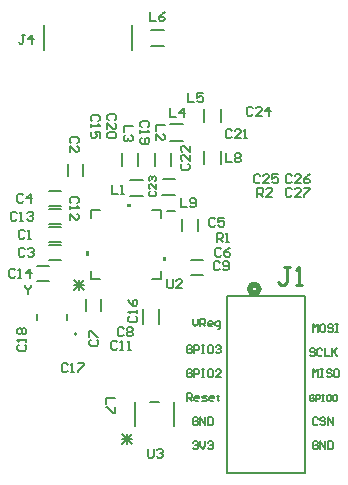
<source format=gto>
G04*
G04 #@! TF.GenerationSoftware,Altium Limited,Altium Designer,24.10.1 (45)*
G04*
G04 Layer_Color=65535*
%FSLAX44Y44*%
%MOMM*%
G71*
G04*
G04 #@! TF.SameCoordinates,45D0177C-C306-47A8-9F7C-5F692266BDBD*
G04*
G04*
G04 #@! TF.FilePolarity,Positive*
G04*
G01*
G75*
%ADD10C,0.5080*%
%ADD11C,0.2000*%
%ADD12C,0.1524*%
%ADD13C,0.1270*%
%ADD14C,0.2540*%
G36*
X-30920Y-6591D02*
Y-10401D01*
X-33460D01*
Y-6591D01*
X-30920D01*
D02*
G37*
G36*
X32160Y-11593D02*
Y-15403D01*
X34700D01*
Y-11593D01*
X32160D01*
D02*
G37*
G36*
X1215Y30546D02*
Y33086D01*
X5025D01*
Y30546D01*
X1215D01*
D02*
G37*
D10*
X113030Y-38641D02*
G03*
X113030Y-38641I-3810J0D01*
G01*
D11*
X-41340Y-76800D02*
G03*
X-41340Y-76800I-1000J0D01*
G01*
X5320Y163270D02*
Y184570D01*
X-68680Y163270D02*
Y184570D01*
X39580Y41290D02*
X42330D01*
X31330D02*
X34080D01*
X34940Y27290D02*
X42330D01*
X34080Y41290D02*
X39580D01*
X31750Y54610D02*
X41910D01*
X66660Y102450D02*
Y113450D01*
X80660Y102450D02*
Y113450D01*
X38120Y100980D02*
X49120D01*
X38120Y86980D02*
X49120D01*
X-64690Y44600D02*
X-54690D01*
X-64690Y31600D02*
X-54690D01*
X-74850Y-18900D02*
X-64850D01*
X-74850Y-31900D02*
X-64850D01*
X24750Y65112D02*
Y76112D01*
X38750Y65112D02*
Y76112D01*
X-3190Y65620D02*
Y76620D01*
X10810Y65620D02*
Y76620D01*
X22000Y180990D02*
X33000D01*
X22000Y166990D02*
X33000D01*
X55960Y-13820D02*
X65960D01*
X55960Y-26820D02*
X65960D01*
X-64690Y16360D02*
X-54690D01*
X-64690Y29360D02*
X-54690D01*
X28340Y-68592D02*
Y-55868D01*
X14840Y-68592D02*
Y-55868D01*
X4220Y39990D02*
X15220D01*
X4220Y53990D02*
X15220D01*
X-33170Y-57260D02*
Y-47260D01*
X-20170Y-57260D02*
Y-47260D01*
X-64690Y-14120D02*
X-54690D01*
X-64690Y-1120D02*
X-54690D01*
X-64690Y1120D02*
X-54690D01*
X-64690Y14120D02*
X-54690D01*
X-48410Y57230D02*
Y67230D01*
X-35410Y57230D02*
Y67230D01*
X66660Y67330D02*
Y78330D01*
X80660Y67330D02*
Y78330D01*
X48364Y10494D02*
Y20494D01*
X61364Y10494D02*
Y20494D01*
D12*
X8280Y-154495D02*
Y-134430D01*
X21157D02*
X28423D01*
X41300Y-154495D02*
Y-134430D01*
X86458Y-44991D02*
X151990D01*
Y-194089D02*
Y-44991D01*
X86458Y-194089D02*
X151990D01*
X86458D02*
Y-44991D01*
X-28940Y28566D02*
X-21560D01*
X30180Y21190D02*
Y28566D01*
X22800Y-30554D02*
X30180D01*
X-28940D02*
X-21560D01*
X-28940Y21190D02*
Y28566D01*
X22800D02*
X30180D01*
Y-30554D02*
Y-23179D01*
X-28940Y-30554D02*
Y-23179D01*
D13*
X-74340Y-64615D02*
Y-59985D01*
X-49340Y-64615D02*
Y-59985D01*
X162982Y-168700D02*
X161924Y-167642D01*
X159808D01*
X158750Y-168700D01*
Y-172932D01*
X159808Y-173990D01*
X161924D01*
X162982Y-172932D01*
Y-170816D01*
X160866D01*
X165098Y-173990D02*
Y-167642D01*
X169330Y-173990D01*
Y-167642D01*
X171446D02*
Y-173990D01*
X174620D01*
X175678Y-172932D01*
Y-168700D01*
X174620Y-167642D01*
X171446D01*
X162982Y-148380D02*
X161924Y-147322D01*
X159808D01*
X158750Y-148380D01*
Y-152612D01*
X159808Y-153670D01*
X161924D01*
X162982Y-152612D01*
X169330Y-148380D02*
X168272Y-147322D01*
X166156D01*
X165098Y-148380D01*
Y-149438D01*
X166156Y-150496D01*
X168272D01*
X169330Y-151554D01*
Y-152612D01*
X168272Y-153670D01*
X166156D01*
X165098Y-152612D01*
X171446Y-153670D02*
Y-147322D01*
X175678Y-153670D01*
Y-147322D01*
X159596Y-129118D02*
X158749Y-128272D01*
X157056D01*
X156210Y-129118D01*
Y-132504D01*
X157056Y-133350D01*
X158749D01*
X159596Y-132504D01*
Y-130811D01*
X157903D01*
X161288Y-133350D02*
Y-128272D01*
X163827D01*
X164674Y-129118D01*
Y-130811D01*
X163827Y-131657D01*
X161288D01*
X166367Y-128272D02*
X168060D01*
X167213D01*
Y-133350D01*
X166367D01*
X168060D01*
X173138Y-128272D02*
X171445D01*
X170599Y-129118D01*
Y-132504D01*
X171445Y-133350D01*
X173138D01*
X173984Y-132504D01*
Y-129118D01*
X173138Y-128272D01*
X175677Y-129118D02*
X176523Y-128272D01*
X178216D01*
X179063Y-129118D01*
Y-132504D01*
X178216Y-133350D01*
X176523D01*
X175677Y-132504D01*
Y-129118D01*
X158750Y-113030D02*
Y-106682D01*
X160866Y-108798D01*
X162982Y-106682D01*
Y-113030D01*
X165098Y-106682D02*
X167214D01*
X166156D01*
Y-113030D01*
X165098D01*
X167214D01*
X174620Y-107740D02*
X173562Y-106682D01*
X171446D01*
X170388Y-107740D01*
Y-108798D01*
X171446Y-109856D01*
X173562D01*
X174620Y-110914D01*
Y-111972D01*
X173562Y-113030D01*
X171446D01*
X170388Y-111972D01*
X179910Y-106682D02*
X177794D01*
X176736Y-107740D01*
Y-111972D01*
X177794Y-113030D01*
X179910D01*
X180968Y-111972D01*
Y-107740D01*
X179910Y-106682D01*
X160442Y-89960D02*
X159384Y-88902D01*
X157268D01*
X156210Y-89960D01*
Y-91018D01*
X157268Y-92076D01*
X159384D01*
X160442Y-93134D01*
Y-94192D01*
X159384Y-95250D01*
X157268D01*
X156210Y-94192D01*
X166790Y-89960D02*
X165732Y-88902D01*
X163616D01*
X162558Y-89960D01*
Y-94192D01*
X163616Y-95250D01*
X165732D01*
X166790Y-94192D01*
X168906Y-88902D02*
Y-95250D01*
X173138D01*
X175254Y-88902D02*
Y-95250D01*
Y-93134D01*
X179486Y-88902D01*
X176312Y-92076D01*
X179486Y-95250D01*
X158750Y-74930D02*
Y-68582D01*
X160866Y-70698D01*
X162982Y-68582D01*
Y-74930D01*
X168272Y-68582D02*
X166156D01*
X165098Y-69640D01*
Y-73872D01*
X166156Y-74930D01*
X168272D01*
X169330Y-73872D01*
Y-69640D01*
X168272Y-68582D01*
X175678Y-69640D02*
X174620Y-68582D01*
X172504D01*
X171446Y-69640D01*
Y-70698D01*
X172504Y-71756D01*
X174620D01*
X175678Y-72814D01*
Y-73872D01*
X174620Y-74930D01*
X172504D01*
X171446Y-73872D01*
X177794Y-68582D02*
X179910D01*
X178852D01*
Y-74930D01*
X177794D01*
X179910D01*
X57150Y-168700D02*
X58208Y-167642D01*
X60324D01*
X61382Y-168700D01*
Y-169758D01*
X60324Y-170816D01*
X59266D01*
X60324D01*
X61382Y-171874D01*
Y-172932D01*
X60324Y-173990D01*
X58208D01*
X57150Y-172932D01*
X63498Y-167642D02*
Y-171874D01*
X65614Y-173990D01*
X67730Y-171874D01*
Y-167642D01*
X69846Y-168700D02*
X70904Y-167642D01*
X73020D01*
X74078Y-168700D01*
Y-169758D01*
X73020Y-170816D01*
X71962D01*
X73020D01*
X74078Y-171874D01*
Y-172932D01*
X73020Y-173990D01*
X70904D01*
X69846Y-172932D01*
X61382Y-148380D02*
X60324Y-147322D01*
X58208D01*
X57150Y-148380D01*
Y-152612D01*
X58208Y-153670D01*
X60324D01*
X61382Y-152612D01*
Y-150496D01*
X59266D01*
X63498Y-153670D02*
Y-147322D01*
X67730Y-153670D01*
Y-147322D01*
X69846D02*
Y-153670D01*
X73020D01*
X74078Y-152612D01*
Y-148380D01*
X73020Y-147322D01*
X69846D01*
X52070Y-133350D02*
Y-127002D01*
X55244D01*
X56302Y-128060D01*
Y-130176D01*
X55244Y-131234D01*
X52070D01*
X54186D02*
X56302Y-133350D01*
X61592D02*
X59476D01*
X58418Y-132292D01*
Y-130176D01*
X59476Y-129118D01*
X61592D01*
X62650Y-130176D01*
Y-131234D01*
X58418D01*
X64766Y-133350D02*
X67940D01*
X68998Y-132292D01*
X67940Y-131234D01*
X65824D01*
X64766Y-130176D01*
X65824Y-129118D01*
X68998D01*
X74288Y-133350D02*
X72172D01*
X71114Y-132292D01*
Y-130176D01*
X72172Y-129118D01*
X74288D01*
X75346Y-130176D01*
Y-131234D01*
X71114D01*
X78520Y-128060D02*
Y-129118D01*
X77462D01*
X79578D01*
X78520D01*
Y-132292D01*
X79578Y-133350D01*
X56302Y-107740D02*
X55244Y-106682D01*
X53128D01*
X52070Y-107740D01*
Y-111972D01*
X53128Y-113030D01*
X55244D01*
X56302Y-111972D01*
Y-109856D01*
X54186D01*
X58418Y-113030D02*
Y-106682D01*
X61592D01*
X62650Y-107740D01*
Y-109856D01*
X61592Y-110914D01*
X58418D01*
X64766Y-106682D02*
X66882D01*
X65824D01*
Y-113030D01*
X64766D01*
X66882D01*
X73230Y-106682D02*
X71114D01*
X70056Y-107740D01*
Y-111972D01*
X71114Y-113030D01*
X73230D01*
X74288Y-111972D01*
Y-107740D01*
X73230Y-106682D01*
X80636Y-113030D02*
X76404D01*
X80636Y-108798D01*
Y-107740D01*
X79578Y-106682D01*
X77462D01*
X76404Y-107740D01*
X56302Y-87420D02*
X55244Y-86362D01*
X53128D01*
X52070Y-87420D01*
Y-91652D01*
X53128Y-92710D01*
X55244D01*
X56302Y-91652D01*
Y-89536D01*
X54186D01*
X58418Y-92710D02*
Y-86362D01*
X61592D01*
X62650Y-87420D01*
Y-89536D01*
X61592Y-90594D01*
X58418D01*
X64766Y-86362D02*
X66882D01*
X65824D01*
Y-92710D01*
X64766D01*
X66882D01*
X73230Y-86362D02*
X71114D01*
X70056Y-87420D01*
Y-91652D01*
X71114Y-92710D01*
X73230D01*
X74288Y-91652D01*
Y-87420D01*
X73230Y-86362D01*
X76404Y-87420D02*
X77462Y-86362D01*
X79578D01*
X80636Y-87420D01*
Y-88478D01*
X79578Y-89536D01*
X78520D01*
X79578D01*
X80636Y-90594D01*
Y-91652D01*
X79578Y-92710D01*
X77462D01*
X76404Y-91652D01*
X57150Y-63926D02*
Y-68158D01*
X59266Y-70274D01*
X61382Y-68158D01*
Y-63926D01*
X63498Y-70274D02*
Y-63926D01*
X66672D01*
X67730Y-64984D01*
Y-67100D01*
X66672Y-68158D01*
X63498D01*
X65614D02*
X67730Y-70274D01*
X73020D02*
X70904D01*
X69846Y-69216D01*
Y-67100D01*
X70904Y-66042D01*
X73020D01*
X74078Y-67100D01*
Y-68158D01*
X69846D01*
X78310Y-72390D02*
X79368D01*
X80426Y-71332D01*
Y-66042D01*
X77252D01*
X76194Y-67100D01*
Y-69216D01*
X77252Y-70274D01*
X80426D01*
X-2452Y-170180D02*
X6012Y-161716D01*
Y-170180D02*
X-2452Y-161716D01*
X1780Y-170180D02*
Y-161716D01*
X6012Y-165948D02*
X-2452D01*
X-43600Y-39370D02*
X-35136Y-30906D01*
Y-39370D02*
X-43600Y-30906D01*
X-39368Y-39370D02*
Y-30906D01*
X-35136Y-35138D02*
X-43600D01*
X19052Y-173991D02*
Y-180339D01*
X20322Y-181609D01*
X22861D01*
X24130Y-180339D01*
Y-173991D01*
X26670Y-175261D02*
X27939Y-173991D01*
X30478D01*
X31748Y-175261D01*
Y-176530D01*
X30478Y-177800D01*
X29209D01*
X30478D01*
X31748Y-179070D01*
Y-180339D01*
X30478Y-181609D01*
X27939D01*
X26670Y-180339D01*
X111762Y39371D02*
Y46989D01*
X115571D01*
X116840Y45719D01*
Y43180D01*
X115571Y41910D01*
X111762D01*
X114301D02*
X116840Y39371D01*
X124458D02*
X119380D01*
X124458Y44450D01*
Y45719D01*
X123188Y46989D01*
X120649D01*
X119380Y45719D01*
X-85089Y-35561D02*
Y-36831D01*
X-82550Y-39370D01*
X-80011Y-36831D01*
Y-35561D01*
X-82550Y-39370D02*
Y-43179D01*
X35562Y-30481D02*
Y-36829D01*
X36832Y-38099D01*
X39371D01*
X40640Y-36829D01*
Y-30481D01*
X48258Y-38099D02*
X43180D01*
X48258Y-33020D01*
Y-31751D01*
X46988Y-30481D01*
X44449D01*
X43180Y-31751D01*
X77472Y1271D02*
Y8889D01*
X81280D01*
X82550Y7619D01*
Y5080D01*
X81280Y3810D01*
X77472D01*
X80011D02*
X82550Y1271D01*
X85089D02*
X87628D01*
X86359D01*
Y8889D01*
X85089Y7619D01*
X46992Y38099D02*
Y30481D01*
X52070D01*
X54610Y31751D02*
X55879Y30481D01*
X58418D01*
X59688Y31751D01*
Y36829D01*
X58418Y38099D01*
X55879D01*
X54610Y36829D01*
Y35560D01*
X55879Y34290D01*
X59688D01*
X85092Y76199D02*
Y68581D01*
X90170D01*
X92710Y74929D02*
X93979Y76199D01*
X96518D01*
X97788Y74929D01*
Y73660D01*
X96518Y72390D01*
X97788Y71120D01*
Y69851D01*
X96518Y68581D01*
X93979D01*
X92710Y69851D01*
Y71120D01*
X93979Y72390D01*
X92710Y73660D01*
Y74929D01*
X93979Y72390D02*
X96518D01*
X-8891Y-130812D02*
X-16509D01*
Y-135890D01*
X-8891Y-138430D02*
Y-143508D01*
X-10161D01*
X-15239Y-138430D01*
X-16509D01*
X20828Y195832D02*
Y188214D01*
X25906D01*
X33524Y195832D02*
X30985Y194562D01*
X28445Y192023D01*
Y189484D01*
X29715Y188214D01*
X32254D01*
X33524Y189484D01*
Y190753D01*
X32254Y192023D01*
X28445D01*
X53342Y126999D02*
Y119381D01*
X58420D01*
X66038Y126999D02*
X60960D01*
Y123190D01*
X63499Y124460D01*
X64768D01*
X66038Y123190D01*
Y120651D01*
X64768Y119381D01*
X62229D01*
X60960Y120651D01*
X38102Y114299D02*
Y106681D01*
X43180D01*
X49528D02*
Y114299D01*
X45720Y110490D01*
X50798D01*
X6349Y99058D02*
X-1269D01*
Y93980D01*
X5079Y91440D02*
X6349Y90171D01*
Y87632D01*
X5079Y86362D01*
X3810D01*
X2540Y87632D01*
Y88901D01*
Y87632D01*
X1270Y86362D01*
X1D01*
X-1269Y87632D01*
Y90171D01*
X1Y91440D01*
X33273Y99820D02*
X25655D01*
Y94742D01*
Y87124D02*
Y92202D01*
X30734Y87124D01*
X32003D01*
X33273Y88394D01*
Y90933D01*
X32003Y92202D01*
X-11428Y49529D02*
Y41911D01*
X-6350D01*
X-3811D02*
X-1272D01*
X-2541D01*
Y49529D01*
X-3811Y48259D01*
X-85090Y176529D02*
X-87629D01*
X-86359D01*
Y170181D01*
X-87629Y168911D01*
X-88898D01*
X-90168Y170181D01*
X-78742Y168911D02*
Y176529D01*
X-82550Y172720D01*
X-77472D01*
X140972Y45719D02*
X139702Y46989D01*
X137163D01*
X135893Y45719D01*
Y40641D01*
X137163Y39371D01*
X139702D01*
X140972Y40641D01*
X148589Y39371D02*
X143511D01*
X148589Y44450D01*
Y45719D01*
X147320Y46989D01*
X144780D01*
X143511Y45719D01*
X151128Y46989D02*
X156207D01*
Y45719D01*
X151128Y40641D01*
Y39371D01*
X140972Y57149D02*
X139702Y58419D01*
X137163D01*
X135893Y57149D01*
Y52071D01*
X137163Y50801D01*
X139702D01*
X140972Y52071D01*
X148589Y50801D02*
X143511D01*
X148589Y55880D01*
Y57149D01*
X147320Y58419D01*
X144780D01*
X143511Y57149D01*
X156207Y58419D02*
X153668Y57149D01*
X151128Y54610D01*
Y52071D01*
X152398Y50801D01*
X154937D01*
X156207Y52071D01*
Y53340D01*
X154937Y54610D01*
X151128D01*
X114302Y57149D02*
X113032Y58419D01*
X110493D01*
X109223Y57149D01*
Y52071D01*
X110493Y50801D01*
X113032D01*
X114302Y52071D01*
X121919Y50801D02*
X116841D01*
X121919Y55880D01*
Y57149D01*
X120650Y58419D01*
X118110D01*
X116841Y57149D01*
X129537Y58419D02*
X124458D01*
Y54610D01*
X126998Y55880D01*
X128267D01*
X129537Y54610D01*
Y52071D01*
X128267Y50801D01*
X125728D01*
X124458Y52071D01*
X107952Y114299D02*
X106682Y115569D01*
X104143D01*
X102873Y114299D01*
Y109221D01*
X104143Y107951D01*
X106682D01*
X107952Y109221D01*
X115569Y107951D02*
X110491D01*
X115569Y113030D01*
Y114299D01*
X114300Y115569D01*
X111760D01*
X110491Y114299D01*
X121917Y107951D02*
Y115569D01*
X118108Y111760D01*
X123187D01*
X20809Y44047D02*
X19751Y42990D01*
Y40873D01*
X20809Y39815D01*
X25041D01*
X26099Y40873D01*
Y42990D01*
X25041Y44047D01*
X26099Y50395D02*
Y46164D01*
X21867Y50395D01*
X20809D01*
X19751Y49338D01*
Y47221D01*
X20809Y46164D01*
Y52511D02*
X19751Y53569D01*
Y55685D01*
X20809Y56743D01*
X21867D01*
X22925Y55685D01*
Y54627D01*
Y55685D01*
X23983Y56743D01*
X25041D01*
X26099Y55685D01*
Y53569D01*
X25041Y52511D01*
X48261Y67312D02*
X46991Y66042D01*
Y63503D01*
X48261Y62233D01*
X53339D01*
X54609Y63503D01*
Y66042D01*
X53339Y67312D01*
X54609Y74929D02*
Y69851D01*
X49530Y74929D01*
X48261D01*
X46991Y73660D01*
Y71120D01*
X48261Y69851D01*
X54609Y82547D02*
Y77468D01*
X49530Y82547D01*
X48261D01*
X46991Y81277D01*
Y78738D01*
X48261Y77468D01*
X90171Y95249D02*
X88902Y96519D01*
X86362D01*
X85093Y95249D01*
Y90171D01*
X86362Y88901D01*
X88902D01*
X90171Y90171D01*
X97789Y88901D02*
X92710D01*
X97789Y93980D01*
Y95249D01*
X96519Y96519D01*
X93980D01*
X92710Y95249D01*
X100328Y88901D02*
X102867D01*
X101597D01*
Y96519D01*
X100328Y95249D01*
X-8891Y104138D02*
X-7621Y105408D01*
Y107947D01*
X-8891Y109217D01*
X-13969D01*
X-15239Y107947D01*
Y105408D01*
X-13969Y104138D01*
X-15239Y96521D02*
Y101599D01*
X-10160Y96521D01*
X-8891D01*
X-7621Y97790D01*
Y100330D01*
X-8891Y101599D01*
Y93982D02*
X-7621Y92712D01*
Y90173D01*
X-8891Y88903D01*
X-13969D01*
X-15239Y90173D01*
Y92712D01*
X-13969Y93982D01*
X-8891D01*
X19049Y98424D02*
X20319Y99693D01*
Y102232D01*
X19049Y103502D01*
X13971D01*
X12701Y102232D01*
Y99693D01*
X13971Y98424D01*
X12701Y95884D02*
Y93345D01*
Y94615D01*
X20319D01*
X19049Y95884D01*
X13971Y89536D02*
X12701Y88267D01*
Y85728D01*
X13971Y84458D01*
X19049D01*
X20319Y85728D01*
Y88267D01*
X19049Y89536D01*
X17780D01*
X16510Y88267D01*
Y84458D01*
X-90169Y-85724D02*
X-91439Y-86993D01*
Y-89532D01*
X-90169Y-90802D01*
X-85091D01*
X-83821Y-89532D01*
Y-86993D01*
X-85091Y-85724D01*
X-83821Y-83184D02*
Y-80645D01*
Y-81915D01*
X-91439D01*
X-90169Y-83184D01*
Y-76836D02*
X-91439Y-75567D01*
Y-73028D01*
X-90169Y-71758D01*
X-88900D01*
X-87630Y-73028D01*
X-86360Y-71758D01*
X-85091D01*
X-83821Y-73028D01*
Y-75567D01*
X-85091Y-76836D01*
X-86360D01*
X-87630Y-75567D01*
X-88900Y-76836D01*
X-90169D01*
X-87630Y-75567D02*
Y-73028D01*
X-48894Y-102871D02*
X-50163Y-101601D01*
X-52702D01*
X-53972Y-102871D01*
Y-107949D01*
X-52702Y-109219D01*
X-50163D01*
X-48894Y-107949D01*
X-46354Y-109219D02*
X-43815D01*
X-45085D01*
Y-101601D01*
X-46354Y-102871D01*
X-40006Y-101601D02*
X-34928D01*
Y-102871D01*
X-40006Y-107949D01*
Y-109219D01*
X3811Y-61594D02*
X2541Y-62863D01*
Y-65402D01*
X3811Y-66672D01*
X8889D01*
X10159Y-65402D01*
Y-62863D01*
X8889Y-61594D01*
X10159Y-59054D02*
Y-56515D01*
Y-57785D01*
X2541D01*
X3811Y-59054D01*
X2541Y-47628D02*
X3811Y-50167D01*
X6350Y-52706D01*
X8889D01*
X10159Y-51437D01*
Y-48898D01*
X8889Y-47628D01*
X7620D01*
X6350Y-48898D01*
Y-52706D01*
X-22861Y103504D02*
X-21591Y104773D01*
Y107312D01*
X-22861Y108582D01*
X-27939D01*
X-29209Y107312D01*
Y104773D01*
X-27939Y103504D01*
X-29209Y100964D02*
Y98425D01*
Y99695D01*
X-21591D01*
X-22861Y100964D01*
X-21591Y89538D02*
Y94616D01*
X-25400D01*
X-24130Y92077D01*
Y90808D01*
X-25400Y89538D01*
X-27939D01*
X-29209Y90808D01*
Y93347D01*
X-27939Y94616D01*
X-93344Y-22861D02*
X-94613Y-21591D01*
X-97152D01*
X-98422Y-22861D01*
Y-27939D01*
X-97152Y-29209D01*
X-94613D01*
X-93344Y-27939D01*
X-90804Y-29209D02*
X-88265D01*
X-89535D01*
Y-21591D01*
X-90804Y-22861D01*
X-80648Y-29209D02*
Y-21591D01*
X-84456Y-25400D01*
X-79378D01*
X-92074Y25399D02*
X-93343Y26669D01*
X-95882D01*
X-97152Y25399D01*
Y20321D01*
X-95882Y19051D01*
X-93343D01*
X-92074Y20321D01*
X-89534Y19051D02*
X-86995D01*
X-88265D01*
Y26669D01*
X-89534Y25399D01*
X-83186D02*
X-81917Y26669D01*
X-79378D01*
X-78108Y25399D01*
Y24130D01*
X-79378Y22860D01*
X-80647D01*
X-79378D01*
X-78108Y21590D01*
Y20321D01*
X-79378Y19051D01*
X-81917D01*
X-83186Y20321D01*
X-40641Y33833D02*
X-39371Y35103D01*
Y37642D01*
X-40641Y38912D01*
X-45719D01*
X-46989Y37642D01*
Y35103D01*
X-45719Y33833D01*
X-46989Y31294D02*
Y28755D01*
Y30025D01*
X-39371D01*
X-40641Y31294D01*
X-46989Y19868D02*
Y24946D01*
X-41910Y19868D01*
X-40641D01*
X-39371Y21138D01*
Y23677D01*
X-40641Y24946D01*
X-6984Y-83821D02*
X-8254Y-82551D01*
X-10793D01*
X-12062Y-83821D01*
Y-88899D01*
X-10793Y-90169D01*
X-8254D01*
X-6984Y-88899D01*
X-4445Y-90169D02*
X-1906D01*
X-3175D01*
Y-82551D01*
X-4445Y-83821D01*
X1903Y-90169D02*
X4442D01*
X3173D01*
Y-82551D01*
X1903Y-83821D01*
X79820Y-16511D02*
X78551Y-15241D01*
X76012D01*
X74742Y-16511D01*
Y-21589D01*
X76012Y-22859D01*
X78551D01*
X79820Y-21589D01*
X82360D02*
X83629Y-22859D01*
X86168D01*
X87438Y-21589D01*
Y-16511D01*
X86168Y-15241D01*
X83629D01*
X82360Y-16511D01*
Y-17780D01*
X83629Y-19050D01*
X87438D01*
X-1270Y-72391D02*
X-2539Y-71121D01*
X-5078D01*
X-6348Y-72391D01*
Y-77469D01*
X-5078Y-78739D01*
X-2539D01*
X-1270Y-77469D01*
X1270Y-72391D02*
X2539Y-71121D01*
X5078D01*
X6348Y-72391D01*
Y-73660D01*
X5078Y-74930D01*
X6348Y-76200D01*
Y-77469D01*
X5078Y-78739D01*
X2539D01*
X1270Y-77469D01*
Y-76200D01*
X2539Y-74930D01*
X1270Y-73660D01*
Y-72391D01*
X2539Y-74930D02*
X5078D01*
X-29209Y-81470D02*
X-30479Y-82739D01*
Y-85278D01*
X-29209Y-86548D01*
X-24131D01*
X-22861Y-85278D01*
Y-82739D01*
X-24131Y-81470D01*
X-30479Y-78930D02*
Y-73852D01*
X-29209D01*
X-24131Y-78930D01*
X-22861D01*
X81280Y-5081D02*
X80011Y-3811D01*
X77472D01*
X76202Y-5081D01*
Y-10159D01*
X77472Y-11429D01*
X80011D01*
X81280Y-10159D01*
X88898Y-3811D02*
X86359Y-5081D01*
X83820Y-7620D01*
Y-10159D01*
X85089Y-11429D01*
X87628D01*
X88898Y-10159D01*
Y-8890D01*
X87628Y-7620D01*
X83820D01*
X76200Y20319D02*
X74931Y21589D01*
X72392D01*
X71122Y20319D01*
Y15241D01*
X72392Y13971D01*
X74931D01*
X76200Y15241D01*
X83818Y21589D02*
X78740D01*
Y17780D01*
X81279Y19050D01*
X82548D01*
X83818Y17780D01*
Y15241D01*
X82548Y13971D01*
X80009D01*
X78740Y15241D01*
X-86360Y40639D02*
X-87629Y41909D01*
X-90168D01*
X-91438Y40639D01*
Y35561D01*
X-90168Y34291D01*
X-87629D01*
X-86360Y35561D01*
X-80012Y34291D02*
Y41909D01*
X-83820Y38100D01*
X-78742D01*
X-85090Y-5081D02*
X-86359Y-3811D01*
X-88898D01*
X-90168Y-5081D01*
Y-10159D01*
X-88898Y-11429D01*
X-86359D01*
X-85090Y-10159D01*
X-82550Y-5081D02*
X-81281Y-3811D01*
X-78742D01*
X-77472Y-5081D01*
Y-6350D01*
X-78742Y-7620D01*
X-80011D01*
X-78742D01*
X-77472Y-8890D01*
Y-10159D01*
X-78742Y-11429D01*
X-81281D01*
X-82550Y-10159D01*
X-40641Y84900D02*
X-39371Y86169D01*
Y88708D01*
X-40641Y89978D01*
X-45719D01*
X-46989Y88708D01*
Y86169D01*
X-45719Y84900D01*
X-46989Y77282D02*
Y82360D01*
X-41910Y77282D01*
X-40641D01*
X-39371Y78552D01*
Y81091D01*
X-40641Y82360D01*
X-85090Y10159D02*
X-86360Y11429D01*
X-88899D01*
X-90168Y10159D01*
Y5081D01*
X-88899Y3811D01*
X-86360D01*
X-85090Y5081D01*
X-82551Y3811D02*
X-80012D01*
X-81281D01*
Y11429D01*
X-82551Y10159D01*
D14*
X139700Y-20322D02*
X134622D01*
X137161D01*
Y-33018D01*
X134622Y-35557D01*
X132083D01*
X129543Y-33018D01*
X144778Y-35557D02*
X149857D01*
X147318D01*
Y-20322D01*
X144778Y-22862D01*
M02*

</source>
